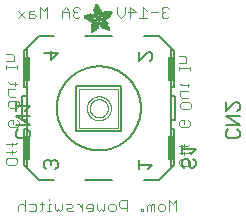
<source format=gbr>
G04 EAGLE Gerber RS-274X export*
G75*
%MOMM*%
%FSLAX34Y34*%
%LPD*%
%INSilkscreen Bottom*%
%IPPOS*%
%AMOC8*
5,1,8,0,0,1.08239X$1,22.5*%
G01*
%ADD10C,0.101600*%
%ADD11C,0.152400*%
%ADD12C,0.050800*%
%ADD13C,0.127000*%
%ADD14R,0.508000X2.159000*%
%ADD15R,0.034300X0.003800*%
%ADD16R,0.057200X0.003800*%
%ADD17R,0.076200X0.003800*%
%ADD18R,0.091400X0.003800*%
%ADD19R,0.102900X0.003800*%
%ADD20R,0.114300X0.003900*%
%ADD21R,0.129500X0.003800*%
%ADD22R,0.137200X0.003800*%
%ADD23R,0.144800X0.003800*%
%ADD24R,0.152400X0.003800*%
%ADD25R,0.160000X0.003800*%
%ADD26R,0.171500X0.003800*%
%ADD27R,0.175300X0.003800*%
%ADD28R,0.182900X0.003800*%
%ADD29R,0.190500X0.003800*%
%ADD30R,0.194300X0.003900*%
%ADD31R,0.201900X0.003800*%
%ADD32R,0.209500X0.003800*%
%ADD33R,0.213400X0.003800*%
%ADD34R,0.221000X0.003800*%
%ADD35R,0.224800X0.003800*%
%ADD36R,0.232400X0.003800*%
%ADD37R,0.240000X0.003800*%
%ADD38R,0.243800X0.003800*%
%ADD39R,0.247600X0.003800*%
%ADD40R,0.255300X0.003900*%
%ADD41R,0.259100X0.003800*%
%ADD42R,0.262900X0.003800*%
%ADD43R,0.270500X0.003800*%
%ADD44R,0.274300X0.003800*%
%ADD45R,0.281900X0.003800*%
%ADD46R,0.285700X0.003800*%
%ADD47R,0.289500X0.003800*%
%ADD48R,0.297200X0.003800*%
%ADD49R,0.301000X0.003800*%
%ADD50R,0.304800X0.003900*%
%ADD51R,0.312400X0.003800*%
%ADD52R,0.316200X0.003800*%
%ADD53R,0.320000X0.003800*%
%ADD54R,0.327600X0.003800*%
%ADD55R,0.331500X0.003800*%
%ADD56R,0.339100X0.003800*%
%ADD57R,0.342900X0.003800*%
%ADD58R,0.346700X0.003800*%
%ADD59R,0.354300X0.003800*%
%ADD60R,0.358100X0.003900*%
%ADD61R,0.361900X0.003800*%
%ADD62R,0.369600X0.003800*%
%ADD63R,0.373400X0.003800*%
%ADD64R,0.377200X0.003800*%
%ADD65R,0.384800X0.003800*%
%ADD66R,0.388600X0.003800*%
%ADD67R,0.396200X0.003800*%
%ADD68R,0.400000X0.003800*%
%ADD69R,0.403800X0.003800*%
%ADD70R,0.411500X0.003900*%
%ADD71R,0.415300X0.003800*%
%ADD72R,0.419100X0.003800*%
%ADD73R,0.045700X0.003800*%
%ADD74R,0.426700X0.003800*%
%ADD75R,0.072400X0.003800*%
%ADD76R,0.430500X0.003800*%
%ADD77R,0.095300X0.003800*%
%ADD78R,0.438100X0.003800*%
%ADD79R,0.110500X0.003800*%
%ADD80R,0.441900X0.003800*%
%ADD81R,0.445800X0.003800*%
%ADD82R,0.144700X0.003800*%
%ADD83R,0.453400X0.003800*%
%ADD84R,0.457200X0.003800*%
%ADD85R,0.175300X0.003900*%
%ADD86R,0.461000X0.003900*%
%ADD87R,0.468600X0.003800*%
%ADD88R,0.205800X0.003800*%
%ADD89R,0.472400X0.003800*%
%ADD90R,0.217200X0.003800*%
%ADD91R,0.476200X0.003800*%
%ADD92R,0.483900X0.003800*%
%ADD93R,0.247700X0.003800*%
%ADD94R,0.487700X0.003800*%
%ADD95R,0.495300X0.003800*%
%ADD96R,0.499100X0.003800*%
%ADD97R,0.502900X0.003800*%
%ADD98R,0.510500X0.003800*%
%ADD99R,0.308600X0.003900*%
%ADD100R,0.514300X0.003900*%
%ADD101R,0.323800X0.003800*%
%ADD102R,0.518100X0.003800*%
%ADD103R,0.335300X0.003800*%
%ADD104R,0.525800X0.003800*%
%ADD105R,0.529600X0.003800*%
%ADD106R,0.358100X0.003800*%
%ADD107R,0.533400X0.003800*%
%ADD108R,0.537200X0.003800*%
%ADD109R,0.381000X0.003800*%
%ADD110R,0.544800X0.003800*%
%ADD111R,0.392400X0.003800*%
%ADD112R,0.548600X0.003800*%
%ADD113R,0.552400X0.003800*%
%ADD114R,0.556200X0.003800*%
%ADD115R,0.422900X0.003900*%
%ADD116R,0.560100X0.003900*%
%ADD117R,0.434300X0.003800*%
%ADD118R,0.563900X0.003800*%
%ADD119R,0.567700X0.003800*%
%ADD120R,0.461000X0.003800*%
%ADD121R,0.571500X0.003800*%
%ADD122R,0.575300X0.003800*%
%ADD123R,0.480100X0.003800*%
%ADD124R,0.579100X0.003800*%
%ADD125R,0.491500X0.003800*%
%ADD126R,0.582900X0.003800*%
%ADD127R,0.586700X0.003800*%
%ADD128R,0.510600X0.003800*%
%ADD129R,0.590500X0.003800*%
%ADD130R,0.522000X0.003800*%
%ADD131R,0.594300X0.003800*%
%ADD132R,0.533400X0.003900*%
%ADD133R,0.598200X0.003900*%
%ADD134R,0.541000X0.003800*%
%ADD135R,0.602000X0.003800*%
%ADD136R,0.552500X0.003800*%
%ADD137R,0.605800X0.003800*%
%ADD138R,0.560100X0.003800*%
%ADD139R,0.609600X0.003800*%
%ADD140R,0.613400X0.003800*%
%ADD141R,0.583000X0.003800*%
%ADD142R,0.617200X0.003800*%
%ADD143R,0.594400X0.003800*%
%ADD144R,0.621000X0.003800*%
%ADD145R,0.598200X0.003800*%
%ADD146R,0.624800X0.003800*%
%ADD147R,0.613500X0.003900*%
%ADD148R,0.628600X0.003900*%
%ADD149R,0.632400X0.003800*%
%ADD150R,0.628600X0.003800*%
%ADD151R,0.636300X0.003800*%
%ADD152R,0.640100X0.003800*%
%ADD153R,0.636200X0.003800*%
%ADD154R,0.643900X0.003800*%
%ADD155R,0.647700X0.003800*%
%ADD156R,0.651500X0.003800*%
%ADD157R,0.659100X0.003800*%
%ADD158R,0.659100X0.003900*%
%ADD159R,0.655300X0.003900*%
%ADD160R,0.662900X0.003800*%
%ADD161R,0.655300X0.003800*%
%ADD162R,0.670500X0.003800*%
%ADD163R,0.670600X0.003800*%
%ADD164R,0.674400X0.003800*%
%ADD165R,0.682000X0.003800*%
%ADD166R,0.666700X0.003800*%
%ADD167R,0.685800X0.003800*%
%ADD168R,0.689600X0.003800*%
%ADD169R,0.693400X0.003900*%
%ADD170R,0.674400X0.003900*%
%ADD171R,0.697200X0.003800*%
%ADD172R,0.678200X0.003800*%
%ADD173R,0.697300X0.003800*%
%ADD174R,0.701100X0.003800*%
%ADD175R,0.704900X0.003800*%
%ADD176R,0.708700X0.003800*%
%ADD177R,0.712500X0.003800*%
%ADD178R,0.716300X0.003800*%
%ADD179R,0.720100X0.003900*%
%ADD180R,0.689600X0.003900*%
%ADD181R,0.720000X0.003800*%
%ADD182R,0.693400X0.003800*%
%ADD183R,0.723900X0.003800*%
%ADD184R,0.727700X0.003800*%
%ADD185R,0.731500X0.003800*%
%ADD186R,0.701000X0.003800*%
%ADD187R,0.735300X0.003800*%
%ADD188R,0.731500X0.003900*%
%ADD189R,0.701000X0.003900*%
%ADD190R,0.704800X0.003800*%
%ADD191R,0.739100X0.003800*%
%ADD192R,0.743000X0.003800*%
%ADD193R,0.739200X0.003800*%
%ADD194R,0.743000X0.003900*%
%ADD195R,0.704800X0.003900*%
%ADD196R,0.746800X0.003800*%
%ADD197R,0.746800X0.003900*%
%ADD198R,0.742900X0.003800*%
%ADD199R,0.746700X0.003800*%
%ADD200R,0.746700X0.003900*%
%ADD201R,1.428800X0.003800*%
%ADD202R,1.424900X0.003800*%
%ADD203R,1.421100X0.003900*%
%ADD204R,1.421100X0.003800*%
%ADD205R,1.417300X0.003800*%
%ADD206R,1.413500X0.003800*%
%ADD207R,1.409700X0.003800*%
%ADD208R,1.405900X0.003800*%
%ADD209R,1.402100X0.003800*%
%ADD210R,1.398300X0.003800*%
%ADD211R,0.983000X0.003900*%
%ADD212R,0.384800X0.003900*%
%ADD213R,0.971600X0.003800*%
%ADD214R,0.963900X0.003800*%
%ADD215R,0.956300X0.003800*%
%ADD216R,0.365800X0.003800*%
%ADD217R,0.952500X0.003800*%
%ADD218R,0.941000X0.003800*%
%ADD219R,0.358200X0.003800*%
%ADD220R,0.937200X0.003800*%
%ADD221R,0.933400X0.003800*%
%ADD222R,0.354400X0.003800*%
%ADD223R,0.925800X0.003800*%
%ADD224R,0.350500X0.003800*%
%ADD225R,0.922000X0.003800*%
%ADD226R,0.918200X0.003900*%
%ADD227R,0.346700X0.003900*%
%ADD228R,0.910600X0.003800*%
%ADD229R,0.906800X0.003800*%
%ADD230R,0.903000X0.003800*%
%ADD231R,0.339000X0.003800*%
%ADD232R,0.895300X0.003800*%
%ADD233R,0.335200X0.003800*%
%ADD234R,0.887700X0.003800*%
%ADD235R,0.883900X0.003800*%
%ADD236R,0.331400X0.003800*%
%ADD237R,0.880100X0.003800*%
%ADD238R,0.876300X0.003800*%
%ADD239R,0.468600X0.003900*%
%ADD240R,0.396200X0.003900*%
%ADD241R,0.323800X0.003900*%
%ADD242R,0.449600X0.003800*%
%ADD243R,0.323900X0.003800*%
%ADD244R,0.442000X0.003800*%
%ADD245R,0.434400X0.003800*%
%ADD246R,0.320100X0.003800*%
%ADD247R,0.316300X0.003800*%
%ADD248R,0.426800X0.003800*%
%ADD249R,0.327700X0.003800*%
%ADD250R,0.312500X0.003800*%
%ADD251R,0.422900X0.003800*%
%ADD252R,0.308600X0.003800*%
%ADD253R,0.293400X0.003800*%
%ADD254R,0.304800X0.003800*%
%ADD255R,0.419100X0.003900*%
%ADD256R,0.285700X0.003900*%
%ADD257R,0.301000X0.003900*%
%ADD258R,0.411500X0.003800*%
%ADD259R,0.407700X0.003800*%
%ADD260R,0.289600X0.003800*%
%ADD261R,0.285800X0.003800*%
%ADD262R,0.403900X0.003800*%
%ADD263R,0.228600X0.003800*%
%ADD264R,0.403900X0.003900*%
%ADD265R,0.221000X0.003900*%
%ADD266R,0.278100X0.003900*%
%ADD267R,0.400100X0.003800*%
%ADD268R,0.209600X0.003800*%
%ADD269R,0.266700X0.003800*%
%ADD270R,0.038100X0.003800*%
%ADD271R,0.194300X0.003800*%
%ADD272R,0.148600X0.003800*%
%ADD273R,0.259000X0.003800*%
%ADD274R,0.182800X0.003800*%
%ADD275R,0.186700X0.003800*%
%ADD276R,0.251400X0.003800*%
%ADD277R,0.179100X0.003800*%
%ADD278R,0.236200X0.003800*%
%ADD279R,0.243900X0.003900*%
%ADD280R,0.282000X0.003900*%
%ADD281R,0.167700X0.003800*%
%ADD282R,0.236300X0.003800*%
%ADD283R,0.396300X0.003800*%
%ADD284R,0.163900X0.003800*%
%ADD285R,0.392500X0.003800*%
%ADD286R,0.160100X0.003800*%
%ADD287R,0.586800X0.003800*%
%ADD288R,0.148500X0.003800*%
%ADD289R,0.140900X0.003800*%
%ADD290R,0.392400X0.003900*%
%ADD291R,0.140900X0.003900*%
%ADD292R,0.647700X0.003900*%
%ADD293R,0.133300X0.003800*%
%ADD294R,0.674300X0.003800*%
%ADD295R,0.388700X0.003800*%
%ADD296R,0.125700X0.003800*%
%ADD297R,0.121900X0.003800*%
%ADD298R,0.720100X0.003800*%
%ADD299R,0.118100X0.003800*%
%ADD300R,0.118100X0.003900*%
%ADD301R,0.739100X0.003900*%
%ADD302R,0.114300X0.003800*%
%ADD303R,0.754400X0.003800*%
%ADD304R,0.765800X0.003800*%
%ADD305R,0.773400X0.003800*%
%ADD306R,0.784800X0.003800*%
%ADD307R,0.118200X0.003800*%
%ADD308R,0.792500X0.003800*%
%ADD309R,0.803900X0.003800*%
%ADD310R,0.122000X0.003800*%
%ADD311R,0.815400X0.003800*%
%ADD312R,0.125800X0.003800*%
%ADD313R,0.826800X0.003800*%
%ADD314R,0.369500X0.003900*%
%ADD315R,0.133400X0.003900*%
%ADD316R,0.842000X0.003900*%
%ADD317R,0.365700X0.003800*%
%ADD318R,1.009700X0.003800*%
%ADD319R,1.013500X0.003800*%
%ADD320R,0.362000X0.003800*%
%ADD321R,1.024900X0.003800*%
%ADD322R,1.028700X0.003800*%
%ADD323R,1.036300X0.003800*%
%ADD324R,1.047800X0.003800*%
%ADD325R,1.055400X0.003800*%
%ADD326R,1.070600X0.003800*%
%ADD327R,0.030500X0.003800*%
%ADD328R,1.436400X0.003800*%
%ADD329R,1.562100X0.003900*%
%ADD330R,1.588700X0.003800*%
%ADD331R,1.607800X0.003800*%
%ADD332R,1.626900X0.003800*%
%ADD333R,1.642100X0.003800*%
%ADD334R,1.657400X0.003800*%
%ADD335R,1.676400X0.003800*%
%ADD336R,1.687800X0.003800*%
%ADD337R,1.703000X0.003800*%
%ADD338R,1.714500X0.003800*%
%ADD339R,1.726000X0.003900*%
%ADD340R,1.741200X0.003800*%
%ADD341R,0.914400X0.003800*%
%ADD342R,0.769600X0.003800*%
%ADD343R,0.884000X0.003800*%
%ADD344R,0.712400X0.003800*%
%ADD345R,0.880100X0.003900*%
%ADD346R,0.887800X0.003800*%
%ADD347R,0.891600X0.003800*%
%ADD348R,0.895400X0.003800*%
%ADD349R,0.251500X0.003800*%
%ADD350R,0.579200X0.003900*%
%ADD351R,0.243900X0.003800*%
%ADD352R,0.556300X0.003800*%
%ADD353R,0.255200X0.003800*%
%ADD354R,0.529500X0.003800*%
%ADD355R,0.731600X0.003800*%
%ADD356R,0.525800X0.003900*%
%ADD357R,0.281900X0.003900*%
%ADD358R,0.735400X0.003900*%
%ADD359R,0.300900X0.003800*%
%ADD360R,0.762000X0.003800*%
%ADD361R,0.518200X0.003800*%
%ADD362R,0.350600X0.003800*%
%ADD363R,0.796300X0.003800*%
%ADD364R,0.807800X0.003800*%
%ADD365R,0.506700X0.003800*%
%ADD366R,0.849600X0.003800*%
%ADD367R,0.506700X0.003900*%
%ADD368R,1.371600X0.003900*%
%ADD369R,1.207800X0.003800*%
%ADD370R,0.503000X0.003800*%
%ADD371R,0.141000X0.003800*%
%ADD372R,1.203900X0.003800*%
%ADD373R,1.204000X0.003800*%
%ADD374R,1.200200X0.003800*%
%ADD375R,0.499100X0.003900*%
%ADD376R,0.156200X0.003900*%
%ADD377R,1.196400X0.003900*%
%ADD378R,1.196400X0.003800*%
%ADD379R,0.163800X0.003800*%
%ADD380R,0.167600X0.003800*%
%ADD381R,1.192500X0.003800*%
%ADD382R,0.499200X0.003800*%
%ADD383R,1.188700X0.003800*%
%ADD384R,0.506800X0.003800*%
%ADD385R,1.184900X0.003800*%
%ADD386R,0.510600X0.003900*%
%ADD387R,0.209600X0.003900*%
%ADD388R,1.181100X0.003900*%
%ADD389R,0.514400X0.003800*%
%ADD390R,1.181100X0.003800*%
%ADD391R,1.177300X0.003800*%
%ADD392R,0.240100X0.003800*%
%ADD393R,1.173500X0.003800*%
%ADD394R,1.169700X0.003800*%
%ADD395R,1.165900X0.003800*%
%ADD396R,1.162100X0.003800*%
%ADD397R,0.929700X0.003900*%
%ADD398R,1.162100X0.003900*%
%ADD399R,0.929700X0.003800*%
%ADD400R,1.154500X0.003800*%
%ADD401R,0.933500X0.003800*%
%ADD402R,1.150600X0.003800*%
%ADD403R,0.937300X0.003800*%
%ADD404R,1.146800X0.003800*%
%ADD405R,0.941100X0.003800*%
%ADD406R,1.139200X0.003800*%
%ADD407R,0.944900X0.003800*%
%ADD408R,1.135400X0.003800*%
%ADD409R,0.948700X0.003800*%
%ADD410R,1.127800X0.003800*%
%ADD411R,1.124000X0.003800*%
%ADD412R,1.116400X0.003800*%
%ADD413R,0.956300X0.003900*%
%ADD414R,1.104900X0.003900*%
%ADD415R,0.960100X0.003800*%
%ADD416R,1.093500X0.003800*%
%ADD417R,1.085900X0.003800*%
%ADD418R,0.967800X0.003800*%
%ADD419R,1.074500X0.003800*%
%ADD420R,1.063000X0.003800*%
%ADD421R,0.975400X0.003800*%
%ADD422R,1.036400X0.003800*%
%ADD423R,0.979200X0.003800*%
%ADD424R,1.021000X0.003800*%
%ADD425R,0.983000X0.003800*%
%ADD426R,1.009600X0.003800*%
%ADD427R,0.986800X0.003800*%
%ADD428R,0.998200X0.003800*%
%ADD429R,0.990600X0.003900*%
%ADD430R,0.986700X0.003900*%
%ADD431R,0.994400X0.003800*%
%ADD432R,0.975300X0.003800*%
%ADD433R,0.948600X0.003800*%
%ADD434R,1.002000X0.003800*%
%ADD435R,0.213300X0.003800*%
%ADD436R,0.217100X0.003800*%
%ADD437R,1.017300X0.003800*%
%ADD438R,0.666800X0.003800*%
%ADD439R,0.220900X0.003800*%
%ADD440R,1.028700X0.003900*%
%ADD441R,0.224700X0.003900*%
%ADD442R,1.032500X0.003800*%
%ADD443R,1.040100X0.003800*%
%ADD444R,1.043900X0.003800*%
%ADD445R,0.548700X0.003800*%
%ADD446R,1.051500X0.003800*%
%ADD447R,1.055300X0.003800*%
%ADD448R,1.059100X0.003800*%
%ADD449R,1.062900X0.003800*%
%ADD450R,0.255300X0.003800*%
%ADD451R,1.066800X0.003900*%
%ADD452R,0.259100X0.003900*%
%ADD453R,0.457200X0.003900*%
%ADD454R,0.423000X0.003800*%
%ADD455R,1.082100X0.003800*%
%ADD456R,0.274400X0.003800*%
%ADD457R,0.278200X0.003800*%
%ADD458R,1.101100X0.003800*%
%ADD459R,0.278100X0.003800*%
%ADD460R,0.876300X0.003900*%
%ADD461R,0.236200X0.003900*%
%ADD462R,0.289600X0.003900*%
%ADD463R,0.247700X0.003900*%
%ADD464R,0.049500X0.003800*%
%ADD465R,0.640100X0.003900*%
%ADD466R,0.659200X0.003800*%
%ADD467R,0.663000X0.003800*%
%ADD468R,0.872500X0.003900*%
%ADD469R,0.666800X0.003900*%
%ADD470R,0.872500X0.003800*%
%ADD471R,0.868700X0.003800*%
%ADD472R,0.864900X0.003800*%
%ADD473R,0.861100X0.003800*%
%ADD474R,0.857300X0.003800*%
%ADD475R,0.853400X0.003800*%
%ADD476R,0.845800X0.003800*%
%ADD477R,0.682000X0.003900*%
%ADD478R,0.842000X0.003800*%
%ADD479R,0.834400X0.003800*%
%ADD480R,0.823000X0.003800*%
%ADD481R,0.815300X0.003800*%
%ADD482R,0.811500X0.003800*%
%ADD483R,0.788700X0.003800*%
%ADD484R,0.777300X0.003900*%
%ADD485R,0.750600X0.003800*%
%ADD486R,0.735400X0.003800*%
%ADD487R,0.727800X0.003800*%
%ADD488R,0.628700X0.003800*%
%ADD489R,0.575400X0.003800*%
%ADD490R,0.670600X0.003900*%
%ADD491R,0.655400X0.003800*%
%ADD492R,0.651500X0.003900*%
%ADD493R,0.624800X0.003900*%
%ADD494R,0.594400X0.003900*%
%ADD495R,0.563900X0.003900*%
%ADD496R,0.541100X0.003800*%
%ADD497R,0.537300X0.003800*%
%ADD498R,0.525700X0.003800*%
%ADD499R,0.525700X0.003900*%
%ADD500R,0.514300X0.003800*%
%ADD501R,0.480100X0.003900*%
%ADD502R,0.464800X0.003800*%
%ADD503R,0.442000X0.003900*%
%ADD504R,0.438200X0.003800*%
%ADD505R,0.430600X0.003800*%
%ADD506R,0.407600X0.003800*%
%ADD507R,0.403800X0.003900*%
%ADD508R,0.365700X0.003900*%
%ADD509R,0.327700X0.003900*%
%ADD510R,0.243800X0.003900*%
%ADD511R,0.205800X0.003900*%
%ADD512R,0.198100X0.003800*%
%ADD513R,0.163800X0.003900*%
%ADD514R,0.137100X0.003800*%
%ADD515R,0.091500X0.003900*%
%ADD516R,0.060900X0.003800*%


D10*
X23368Y122428D02*
X23368Y125479D01*
X23368Y123953D02*
X32520Y123953D01*
X32520Y122428D02*
X32520Y125479D01*
X29469Y128665D02*
X23368Y128665D01*
X29469Y128665D02*
X29469Y133241D01*
X27944Y134766D01*
X23368Y134766D01*
X33790Y93984D02*
X33790Y90933D01*
X32265Y89408D01*
X26163Y89408D01*
X24638Y90933D01*
X24638Y93984D01*
X26163Y95509D01*
X32265Y95509D01*
X33790Y93984D01*
X30739Y98763D02*
X26163Y98763D01*
X24638Y100288D01*
X24638Y104864D01*
X30739Y104864D01*
X32265Y109644D02*
X26163Y109644D01*
X24638Y111169D01*
X30739Y111169D02*
X30739Y108118D01*
X32265Y78999D02*
X33790Y77474D01*
X33790Y74423D01*
X32265Y72898D01*
X26163Y72898D01*
X24638Y74423D01*
X24638Y77474D01*
X26163Y78999D01*
X29214Y78999D01*
X29214Y75949D01*
X32520Y45724D02*
X32520Y42673D01*
X30995Y41148D01*
X24893Y41148D01*
X23368Y42673D01*
X23368Y45724D01*
X24893Y47249D01*
X30995Y47249D01*
X32520Y45724D01*
X30995Y52028D02*
X23368Y52028D01*
X30995Y52028D02*
X32520Y53554D01*
X27944Y53554D02*
X27944Y50503D01*
X30995Y58265D02*
X23368Y58265D01*
X30995Y58265D02*
X32520Y59791D01*
X27944Y59791D02*
X27944Y56740D01*
X169418Y121158D02*
X169418Y124209D01*
X169418Y122683D02*
X178570Y122683D01*
X178570Y121158D02*
X178570Y124209D01*
X175519Y127395D02*
X169418Y127395D01*
X175519Y127395D02*
X175519Y131971D01*
X173994Y133496D01*
X169418Y133496D01*
X179840Y92714D02*
X179840Y89663D01*
X178315Y88138D01*
X172213Y88138D01*
X170688Y89663D01*
X170688Y92714D01*
X172213Y94239D01*
X178315Y94239D01*
X179840Y92714D01*
X176789Y97493D02*
X172213Y97493D01*
X170688Y99018D01*
X170688Y103594D01*
X176789Y103594D01*
X178315Y108374D02*
X172213Y108374D01*
X170688Y109899D01*
X176789Y109899D02*
X176789Y106848D01*
X177045Y78999D02*
X178570Y77474D01*
X178570Y74423D01*
X177045Y72898D01*
X170943Y72898D01*
X169418Y74423D01*
X169418Y77474D01*
X170943Y78999D01*
X173994Y78999D01*
X173994Y75949D01*
X178570Y44454D02*
X178570Y41403D01*
X177045Y39878D01*
X170943Y39878D01*
X169418Y41403D01*
X169418Y44454D01*
X170943Y45979D01*
X177045Y45979D01*
X178570Y44454D01*
X177045Y50758D02*
X169418Y50758D01*
X177045Y50758D02*
X178570Y52284D01*
X173994Y52284D02*
X173994Y49233D01*
X177045Y56995D02*
X169418Y56995D01*
X177045Y56995D02*
X178570Y58521D01*
X173994Y58521D02*
X173994Y55470D01*
X167132Y10930D02*
X167132Y1778D01*
X164081Y7879D02*
X167132Y10930D01*
X164081Y7879D02*
X161031Y10930D01*
X161031Y1778D01*
X156252Y1778D02*
X153201Y1778D01*
X151676Y3303D01*
X151676Y6354D01*
X153201Y7879D01*
X156252Y7879D01*
X157777Y6354D01*
X157777Y3303D01*
X156252Y1778D01*
X148422Y1778D02*
X148422Y7879D01*
X146896Y7879D01*
X145371Y6354D01*
X145371Y1778D01*
X145371Y6354D02*
X143846Y7879D01*
X142320Y6354D01*
X142320Y1778D01*
X139066Y1778D02*
X139066Y3303D01*
X137541Y3303D01*
X137541Y1778D01*
X139066Y1778D01*
X125034Y1778D02*
X125034Y10930D01*
X120458Y10930D01*
X118932Y9405D01*
X118932Y6354D01*
X120458Y4829D01*
X125034Y4829D01*
X114153Y1778D02*
X111103Y1778D01*
X109577Y3303D01*
X109577Y6354D01*
X111103Y7879D01*
X114153Y7879D01*
X115678Y6354D01*
X115678Y3303D01*
X114153Y1778D01*
X106323Y3303D02*
X106323Y7879D01*
X106323Y3303D02*
X104798Y1778D01*
X103273Y3303D01*
X101747Y1778D01*
X100222Y3303D01*
X100222Y7879D01*
X95443Y1778D02*
X92392Y1778D01*
X95443Y1778D02*
X96968Y3303D01*
X96968Y6354D01*
X95443Y7879D01*
X92392Y7879D01*
X90867Y6354D01*
X90867Y4829D01*
X96968Y4829D01*
X87613Y1778D02*
X87613Y7879D01*
X87613Y4829D02*
X84562Y7879D01*
X83037Y7879D01*
X79817Y1778D02*
X75241Y1778D01*
X73716Y3303D01*
X75241Y4829D01*
X78292Y4829D01*
X79817Y6354D01*
X78292Y7879D01*
X73716Y7879D01*
X70462Y7879D02*
X70462Y3303D01*
X68936Y1778D01*
X67411Y3303D01*
X65886Y1778D01*
X64361Y3303D01*
X64361Y7879D01*
X61107Y7879D02*
X59581Y7879D01*
X59581Y1778D01*
X58056Y1778D02*
X61107Y1778D01*
X59581Y10930D02*
X59581Y12455D01*
X53345Y9405D02*
X53345Y3303D01*
X51819Y1778D01*
X51819Y7879D02*
X54870Y7879D01*
X47108Y7879D02*
X42532Y7879D01*
X47108Y7879D02*
X48633Y6354D01*
X48633Y3303D01*
X47108Y1778D01*
X42532Y1778D01*
X39278Y1778D02*
X39278Y10930D01*
X37753Y7879D02*
X39278Y6354D01*
X37753Y7879D02*
X34702Y7879D01*
X33177Y6354D01*
X33177Y1778D01*
X160782Y173235D02*
X159257Y174760D01*
X156206Y174760D01*
X154681Y173235D01*
X154681Y171709D01*
X156206Y170184D01*
X157731Y170184D01*
X156206Y170184D02*
X154681Y168659D01*
X154681Y167133D01*
X156206Y165608D01*
X159257Y165608D01*
X160782Y167133D01*
X151427Y170184D02*
X145326Y170184D01*
X142072Y171709D02*
X139021Y174760D01*
X139021Y165608D01*
X142072Y165608D02*
X135970Y165608D01*
X128141Y165608D02*
X128141Y174760D01*
X132716Y170184D01*
X126615Y170184D01*
X123361Y168659D02*
X123361Y174760D01*
X123361Y168659D02*
X120311Y165608D01*
X117260Y168659D01*
X117260Y174760D01*
X85852Y173235D02*
X84327Y174760D01*
X81276Y174760D01*
X79751Y173235D01*
X79751Y171709D01*
X81276Y170184D01*
X82801Y170184D01*
X81276Y170184D02*
X79751Y168659D01*
X79751Y167133D01*
X81276Y165608D01*
X84327Y165608D01*
X85852Y167133D01*
X76497Y165608D02*
X76497Y171709D01*
X73446Y174760D01*
X70396Y171709D01*
X70396Y165608D01*
X70396Y170184D02*
X76497Y170184D01*
X57786Y165608D02*
X57786Y174760D01*
X54736Y171709D01*
X51685Y174760D01*
X51685Y165608D01*
X46906Y171709D02*
X43855Y171709D01*
X42330Y170184D01*
X42330Y165608D01*
X46906Y165608D01*
X48431Y167133D01*
X46906Y168659D01*
X42330Y168659D01*
X39076Y171709D02*
X32975Y165608D01*
X39076Y165608D02*
X32975Y171709D01*
D11*
X120650Y107950D02*
X120650Y69850D01*
X120650Y107950D02*
X82550Y107950D01*
X82550Y69850D01*
X120650Y69850D01*
D12*
X118110Y72390D02*
X118110Y105410D01*
X85090Y105410D01*
X85090Y72390D01*
X118110Y72390D01*
D11*
X162560Y78740D02*
X166370Y78740D01*
X162560Y78740D02*
X162560Y99060D01*
X166370Y99060D02*
X166370Y78740D01*
X166370Y99060D02*
X162560Y99060D01*
X162560Y139700D02*
X152400Y149860D01*
X162560Y139700D02*
X162560Y106680D01*
X152400Y149860D02*
X139700Y149860D01*
X113030Y149860D02*
X90170Y149860D01*
X50800Y149860D02*
X40640Y139700D01*
X50800Y149860D02*
X63500Y149860D01*
X90170Y27940D02*
X113030Y27940D01*
X63500Y27940D02*
X50800Y27940D01*
X40640Y38100D01*
X40640Y71120D01*
X162560Y71120D02*
X162560Y38100D01*
X152400Y27940D01*
X139700Y27940D01*
X36830Y78740D02*
X36830Y99060D01*
X36830Y78740D02*
X40640Y78740D01*
X40640Y99060D02*
X36830Y99060D01*
X162560Y139700D02*
X165100Y137160D01*
X165100Y106680D01*
X162560Y106680D01*
X162560Y99060D01*
X162560Y71120D02*
X165100Y71120D01*
X162560Y71120D02*
X162560Y78740D01*
X165100Y71120D02*
X165100Y40640D01*
X162560Y38100D01*
X40640Y78740D02*
X40640Y99060D01*
X40640Y106680D01*
X40640Y71120D02*
X38100Y71120D01*
X40640Y71120D02*
X40640Y78740D01*
X38100Y71120D02*
X38100Y40640D01*
X40640Y38100D01*
X40640Y106680D02*
X38100Y106680D01*
X40640Y106680D02*
X40640Y139700D01*
X38100Y137160D02*
X38100Y106680D01*
X38100Y137160D02*
X40640Y139700D01*
X66040Y88900D02*
X66051Y89773D01*
X66083Y90645D01*
X66136Y91516D01*
X66211Y92385D01*
X66307Y93253D01*
X66425Y94118D01*
X66564Y94979D01*
X66723Y95837D01*
X66904Y96691D01*
X67106Y97540D01*
X67328Y98384D01*
X67571Y99223D01*
X67835Y100055D01*
X68119Y100880D01*
X68423Y101698D01*
X68747Y102508D01*
X69091Y103310D01*
X69454Y104104D01*
X69837Y104888D01*
X70239Y105663D01*
X70660Y106427D01*
X71099Y107181D01*
X71557Y107925D01*
X72033Y108656D01*
X72527Y109376D01*
X73038Y110083D01*
X73566Y110778D01*
X74112Y111459D01*
X74674Y112127D01*
X75252Y112781D01*
X75846Y113420D01*
X76455Y114045D01*
X77080Y114654D01*
X77719Y115248D01*
X78373Y115826D01*
X79041Y116388D01*
X79722Y116934D01*
X80417Y117462D01*
X81124Y117973D01*
X81844Y118467D01*
X82575Y118943D01*
X83319Y119401D01*
X84073Y119840D01*
X84837Y120261D01*
X85612Y120663D01*
X86396Y121046D01*
X87190Y121409D01*
X87992Y121753D01*
X88802Y122077D01*
X89620Y122381D01*
X90445Y122665D01*
X91277Y122929D01*
X92116Y123172D01*
X92960Y123394D01*
X93809Y123596D01*
X94663Y123777D01*
X95521Y123936D01*
X96382Y124075D01*
X97247Y124193D01*
X98115Y124289D01*
X98984Y124364D01*
X99855Y124417D01*
X100727Y124449D01*
X101600Y124460D01*
X102473Y124449D01*
X103345Y124417D01*
X104216Y124364D01*
X105085Y124289D01*
X105953Y124193D01*
X106818Y124075D01*
X107679Y123936D01*
X108537Y123777D01*
X109391Y123596D01*
X110240Y123394D01*
X111084Y123172D01*
X111923Y122929D01*
X112755Y122665D01*
X113580Y122381D01*
X114398Y122077D01*
X115208Y121753D01*
X116010Y121409D01*
X116804Y121046D01*
X117588Y120663D01*
X118363Y120261D01*
X119127Y119840D01*
X119881Y119401D01*
X120625Y118943D01*
X121356Y118467D01*
X122076Y117973D01*
X122783Y117462D01*
X123478Y116934D01*
X124159Y116388D01*
X124827Y115826D01*
X125481Y115248D01*
X126120Y114654D01*
X126745Y114045D01*
X127354Y113420D01*
X127948Y112781D01*
X128526Y112127D01*
X129088Y111459D01*
X129634Y110778D01*
X130162Y110083D01*
X130673Y109376D01*
X131167Y108656D01*
X131643Y107925D01*
X132101Y107181D01*
X132540Y106427D01*
X132961Y105663D01*
X133363Y104888D01*
X133746Y104104D01*
X134109Y103310D01*
X134453Y102508D01*
X134777Y101698D01*
X135081Y100880D01*
X135365Y100055D01*
X135629Y99223D01*
X135872Y98384D01*
X136094Y97540D01*
X136296Y96691D01*
X136477Y95837D01*
X136636Y94979D01*
X136775Y94118D01*
X136893Y93253D01*
X136989Y92385D01*
X137064Y91516D01*
X137117Y90645D01*
X137149Y89773D01*
X137160Y88900D01*
X137149Y88027D01*
X137117Y87155D01*
X137064Y86284D01*
X136989Y85415D01*
X136893Y84547D01*
X136775Y83682D01*
X136636Y82821D01*
X136477Y81963D01*
X136296Y81109D01*
X136094Y80260D01*
X135872Y79416D01*
X135629Y78577D01*
X135365Y77745D01*
X135081Y76920D01*
X134777Y76102D01*
X134453Y75292D01*
X134109Y74490D01*
X133746Y73696D01*
X133363Y72912D01*
X132961Y72137D01*
X132540Y71373D01*
X132101Y70619D01*
X131643Y69875D01*
X131167Y69144D01*
X130673Y68424D01*
X130162Y67717D01*
X129634Y67022D01*
X129088Y66341D01*
X128526Y65673D01*
X127948Y65019D01*
X127354Y64380D01*
X126745Y63755D01*
X126120Y63146D01*
X125481Y62552D01*
X124827Y61974D01*
X124159Y61412D01*
X123478Y60866D01*
X122783Y60338D01*
X122076Y59827D01*
X121356Y59333D01*
X120625Y58857D01*
X119881Y58399D01*
X119127Y57960D01*
X118363Y57539D01*
X117588Y57137D01*
X116804Y56754D01*
X116010Y56391D01*
X115208Y56047D01*
X114398Y55723D01*
X113580Y55419D01*
X112755Y55135D01*
X111923Y54871D01*
X111084Y54628D01*
X110240Y54406D01*
X109391Y54204D01*
X108537Y54023D01*
X107679Y53864D01*
X106818Y53725D01*
X105953Y53607D01*
X105085Y53511D01*
X104216Y53436D01*
X103345Y53383D01*
X102473Y53351D01*
X101600Y53340D01*
X100727Y53351D01*
X99855Y53383D01*
X98984Y53436D01*
X98115Y53511D01*
X97247Y53607D01*
X96382Y53725D01*
X95521Y53864D01*
X94663Y54023D01*
X93809Y54204D01*
X92960Y54406D01*
X92116Y54628D01*
X91277Y54871D01*
X90445Y55135D01*
X89620Y55419D01*
X88802Y55723D01*
X87992Y56047D01*
X87190Y56391D01*
X86396Y56754D01*
X85612Y57137D01*
X84837Y57539D01*
X84073Y57960D01*
X83319Y58399D01*
X82575Y58857D01*
X81844Y59333D01*
X81124Y59827D01*
X80417Y60338D01*
X79722Y60866D01*
X79041Y61412D01*
X78373Y61974D01*
X77719Y62552D01*
X77080Y63146D01*
X76455Y63755D01*
X75846Y64380D01*
X75252Y65019D01*
X74674Y65673D01*
X74112Y66341D01*
X73566Y67022D01*
X73038Y67717D01*
X72527Y68424D01*
X72033Y69144D01*
X71557Y69875D01*
X71099Y70619D01*
X70660Y71373D01*
X70239Y72137D01*
X69837Y72912D01*
X69454Y73696D01*
X69091Y74490D01*
X68747Y75292D01*
X68423Y76102D01*
X68119Y76920D01*
X67835Y77745D01*
X67571Y78577D01*
X67328Y79416D01*
X67106Y80260D01*
X66904Y81109D01*
X66723Y81963D01*
X66564Y82821D01*
X66425Y83682D01*
X66307Y84547D01*
X66211Y85415D01*
X66136Y86284D01*
X66083Y87155D01*
X66051Y88027D01*
X66040Y88900D01*
D12*
X91440Y88900D02*
X91443Y89149D01*
X91452Y89399D01*
X91468Y89647D01*
X91489Y89896D01*
X91516Y90144D01*
X91550Y90391D01*
X91590Y90637D01*
X91635Y90882D01*
X91687Y91126D01*
X91744Y91369D01*
X91808Y91610D01*
X91877Y91849D01*
X91953Y92087D01*
X92034Y92323D01*
X92121Y92557D01*
X92213Y92788D01*
X92312Y93017D01*
X92415Y93244D01*
X92525Y93468D01*
X92640Y93689D01*
X92760Y93908D01*
X92885Y94123D01*
X93016Y94336D01*
X93152Y94545D01*
X93293Y94750D01*
X93439Y94952D01*
X93590Y95151D01*
X93746Y95345D01*
X93907Y95536D01*
X94072Y95723D01*
X94242Y95906D01*
X94416Y96084D01*
X94594Y96258D01*
X94777Y96428D01*
X94964Y96593D01*
X95155Y96754D01*
X95349Y96910D01*
X95548Y97061D01*
X95750Y97207D01*
X95955Y97348D01*
X96164Y97484D01*
X96377Y97615D01*
X96592Y97740D01*
X96811Y97860D01*
X97032Y97975D01*
X97256Y98085D01*
X97483Y98188D01*
X97712Y98287D01*
X97943Y98379D01*
X98177Y98466D01*
X98413Y98547D01*
X98651Y98623D01*
X98890Y98692D01*
X99131Y98756D01*
X99374Y98813D01*
X99618Y98865D01*
X99863Y98910D01*
X100109Y98950D01*
X100356Y98984D01*
X100604Y99011D01*
X100853Y99032D01*
X101101Y99048D01*
X101351Y99057D01*
X101600Y99060D01*
X101849Y99057D01*
X102099Y99048D01*
X102347Y99032D01*
X102596Y99011D01*
X102844Y98984D01*
X103091Y98950D01*
X103337Y98910D01*
X103582Y98865D01*
X103826Y98813D01*
X104069Y98756D01*
X104310Y98692D01*
X104549Y98623D01*
X104787Y98547D01*
X105023Y98466D01*
X105257Y98379D01*
X105488Y98287D01*
X105717Y98188D01*
X105944Y98085D01*
X106168Y97975D01*
X106389Y97860D01*
X106608Y97740D01*
X106823Y97615D01*
X107036Y97484D01*
X107245Y97348D01*
X107450Y97207D01*
X107652Y97061D01*
X107851Y96910D01*
X108045Y96754D01*
X108236Y96593D01*
X108423Y96428D01*
X108606Y96258D01*
X108784Y96084D01*
X108958Y95906D01*
X109128Y95723D01*
X109293Y95536D01*
X109454Y95345D01*
X109610Y95151D01*
X109761Y94952D01*
X109907Y94750D01*
X110048Y94545D01*
X110184Y94336D01*
X110315Y94123D01*
X110440Y93908D01*
X110560Y93689D01*
X110675Y93468D01*
X110785Y93244D01*
X110888Y93017D01*
X110987Y92788D01*
X111079Y92557D01*
X111166Y92323D01*
X111247Y92087D01*
X111323Y91849D01*
X111392Y91610D01*
X111456Y91369D01*
X111513Y91126D01*
X111565Y90882D01*
X111610Y90637D01*
X111650Y90391D01*
X111684Y90144D01*
X111711Y89896D01*
X111732Y89647D01*
X111748Y89399D01*
X111757Y89149D01*
X111760Y88900D01*
X111757Y88651D01*
X111748Y88401D01*
X111732Y88153D01*
X111711Y87904D01*
X111684Y87656D01*
X111650Y87409D01*
X111610Y87163D01*
X111565Y86918D01*
X111513Y86674D01*
X111456Y86431D01*
X111392Y86190D01*
X111323Y85951D01*
X111247Y85713D01*
X111166Y85477D01*
X111079Y85243D01*
X110987Y85012D01*
X110888Y84783D01*
X110785Y84556D01*
X110675Y84332D01*
X110560Y84111D01*
X110440Y83892D01*
X110315Y83677D01*
X110184Y83464D01*
X110048Y83255D01*
X109907Y83050D01*
X109761Y82848D01*
X109610Y82649D01*
X109454Y82455D01*
X109293Y82264D01*
X109128Y82077D01*
X108958Y81894D01*
X108784Y81716D01*
X108606Y81542D01*
X108423Y81372D01*
X108236Y81207D01*
X108045Y81046D01*
X107851Y80890D01*
X107652Y80739D01*
X107450Y80593D01*
X107245Y80452D01*
X107036Y80316D01*
X106823Y80185D01*
X106608Y80060D01*
X106389Y79940D01*
X106168Y79825D01*
X105944Y79715D01*
X105717Y79612D01*
X105488Y79513D01*
X105257Y79421D01*
X105023Y79334D01*
X104787Y79253D01*
X104549Y79177D01*
X104310Y79108D01*
X104069Y79044D01*
X103826Y78987D01*
X103582Y78935D01*
X103337Y78890D01*
X103091Y78850D01*
X102844Y78816D01*
X102596Y78789D01*
X102347Y78768D01*
X102099Y78752D01*
X101849Y78743D01*
X101600Y78740D01*
X101351Y78743D01*
X101101Y78752D01*
X100853Y78768D01*
X100604Y78789D01*
X100356Y78816D01*
X100109Y78850D01*
X99863Y78890D01*
X99618Y78935D01*
X99374Y78987D01*
X99131Y79044D01*
X98890Y79108D01*
X98651Y79177D01*
X98413Y79253D01*
X98177Y79334D01*
X97943Y79421D01*
X97712Y79513D01*
X97483Y79612D01*
X97256Y79715D01*
X97032Y79825D01*
X96811Y79940D01*
X96592Y80060D01*
X96377Y80185D01*
X96164Y80316D01*
X95955Y80452D01*
X95750Y80593D01*
X95548Y80739D01*
X95349Y80890D01*
X95155Y81046D01*
X94964Y81207D01*
X94777Y81372D01*
X94594Y81542D01*
X94416Y81716D01*
X94242Y81894D01*
X94072Y82077D01*
X93907Y82264D01*
X93746Y82455D01*
X93590Y82649D01*
X93439Y82848D01*
X93293Y83050D01*
X93152Y83255D01*
X93016Y83464D01*
X92885Y83677D01*
X92760Y83892D01*
X92640Y84111D01*
X92525Y84332D01*
X92415Y84556D01*
X92312Y84783D01*
X92213Y85012D01*
X92121Y85243D01*
X92034Y85477D01*
X91953Y85713D01*
X91877Y85951D01*
X91808Y86190D01*
X91744Y86431D01*
X91687Y86674D01*
X91635Y86918D01*
X91590Y87163D01*
X91550Y87409D01*
X91516Y87656D01*
X91489Y87904D01*
X91468Y88153D01*
X91452Y88401D01*
X91443Y88651D01*
X91440Y88900D01*
X93980Y88900D02*
X93982Y89087D01*
X93989Y89274D01*
X94001Y89461D01*
X94017Y89647D01*
X94037Y89833D01*
X94062Y90018D01*
X94092Y90203D01*
X94126Y90387D01*
X94165Y90570D01*
X94208Y90752D01*
X94256Y90932D01*
X94308Y91112D01*
X94365Y91290D01*
X94425Y91467D01*
X94491Y91642D01*
X94560Y91816D01*
X94634Y91988D01*
X94712Y92158D01*
X94794Y92326D01*
X94880Y92492D01*
X94970Y92656D01*
X95064Y92817D01*
X95162Y92977D01*
X95264Y93133D01*
X95370Y93288D01*
X95480Y93439D01*
X95593Y93588D01*
X95710Y93734D01*
X95830Y93877D01*
X95954Y94017D01*
X96081Y94154D01*
X96212Y94288D01*
X96346Y94419D01*
X96483Y94546D01*
X96623Y94670D01*
X96766Y94790D01*
X96912Y94907D01*
X97061Y95020D01*
X97212Y95130D01*
X97367Y95236D01*
X97523Y95338D01*
X97683Y95436D01*
X97844Y95530D01*
X98008Y95620D01*
X98174Y95706D01*
X98342Y95788D01*
X98512Y95866D01*
X98684Y95940D01*
X98858Y96009D01*
X99033Y96075D01*
X99210Y96135D01*
X99388Y96192D01*
X99568Y96244D01*
X99748Y96292D01*
X99930Y96335D01*
X100113Y96374D01*
X100297Y96408D01*
X100482Y96438D01*
X100667Y96463D01*
X100853Y96483D01*
X101039Y96499D01*
X101226Y96511D01*
X101413Y96518D01*
X101600Y96520D01*
X101787Y96518D01*
X101974Y96511D01*
X102161Y96499D01*
X102347Y96483D01*
X102533Y96463D01*
X102718Y96438D01*
X102903Y96408D01*
X103087Y96374D01*
X103270Y96335D01*
X103452Y96292D01*
X103632Y96244D01*
X103812Y96192D01*
X103990Y96135D01*
X104167Y96075D01*
X104342Y96009D01*
X104516Y95940D01*
X104688Y95866D01*
X104858Y95788D01*
X105026Y95706D01*
X105192Y95620D01*
X105356Y95530D01*
X105517Y95436D01*
X105677Y95338D01*
X105833Y95236D01*
X105988Y95130D01*
X106139Y95020D01*
X106288Y94907D01*
X106434Y94790D01*
X106577Y94670D01*
X106717Y94546D01*
X106854Y94419D01*
X106988Y94288D01*
X107119Y94154D01*
X107246Y94017D01*
X107370Y93877D01*
X107490Y93734D01*
X107607Y93588D01*
X107720Y93439D01*
X107830Y93288D01*
X107936Y93133D01*
X108038Y92977D01*
X108136Y92817D01*
X108230Y92656D01*
X108320Y92492D01*
X108406Y92326D01*
X108488Y92158D01*
X108566Y91988D01*
X108640Y91816D01*
X108709Y91642D01*
X108775Y91467D01*
X108835Y91290D01*
X108892Y91112D01*
X108944Y90932D01*
X108992Y90752D01*
X109035Y90570D01*
X109074Y90387D01*
X109108Y90203D01*
X109138Y90018D01*
X109163Y89833D01*
X109183Y89647D01*
X109199Y89461D01*
X109211Y89274D01*
X109218Y89087D01*
X109220Y88900D01*
X109218Y88713D01*
X109211Y88526D01*
X109199Y88339D01*
X109183Y88153D01*
X109163Y87967D01*
X109138Y87782D01*
X109108Y87597D01*
X109074Y87413D01*
X109035Y87230D01*
X108992Y87048D01*
X108944Y86868D01*
X108892Y86688D01*
X108835Y86510D01*
X108775Y86333D01*
X108709Y86158D01*
X108640Y85984D01*
X108566Y85812D01*
X108488Y85642D01*
X108406Y85474D01*
X108320Y85308D01*
X108230Y85144D01*
X108136Y84983D01*
X108038Y84823D01*
X107936Y84667D01*
X107830Y84512D01*
X107720Y84361D01*
X107607Y84212D01*
X107490Y84066D01*
X107370Y83923D01*
X107246Y83783D01*
X107119Y83646D01*
X106988Y83512D01*
X106854Y83381D01*
X106717Y83254D01*
X106577Y83130D01*
X106434Y83010D01*
X106288Y82893D01*
X106139Y82780D01*
X105988Y82670D01*
X105833Y82564D01*
X105677Y82462D01*
X105517Y82364D01*
X105356Y82270D01*
X105192Y82180D01*
X105026Y82094D01*
X104858Y82012D01*
X104688Y81934D01*
X104516Y81860D01*
X104342Y81791D01*
X104167Y81725D01*
X103990Y81665D01*
X103812Y81608D01*
X103632Y81556D01*
X103452Y81508D01*
X103270Y81465D01*
X103087Y81426D01*
X102903Y81392D01*
X102718Y81362D01*
X102533Y81337D01*
X102347Y81317D01*
X102161Y81301D01*
X101974Y81289D01*
X101787Y81282D01*
X101600Y81280D01*
X101413Y81282D01*
X101226Y81289D01*
X101039Y81301D01*
X100853Y81317D01*
X100667Y81337D01*
X100482Y81362D01*
X100297Y81392D01*
X100113Y81426D01*
X99930Y81465D01*
X99748Y81508D01*
X99568Y81556D01*
X99388Y81608D01*
X99210Y81665D01*
X99033Y81725D01*
X98858Y81791D01*
X98684Y81860D01*
X98512Y81934D01*
X98342Y82012D01*
X98174Y82094D01*
X98008Y82180D01*
X97844Y82270D01*
X97683Y82364D01*
X97523Y82462D01*
X97367Y82564D01*
X97212Y82670D01*
X97061Y82780D01*
X96912Y82893D01*
X96766Y83010D01*
X96623Y83130D01*
X96483Y83254D01*
X96346Y83381D01*
X96212Y83512D01*
X96081Y83646D01*
X95954Y83783D01*
X95830Y83923D01*
X95710Y84066D01*
X95593Y84212D01*
X95480Y84361D01*
X95370Y84512D01*
X95264Y84667D01*
X95162Y84823D01*
X95064Y84983D01*
X94970Y85144D01*
X94880Y85308D01*
X94794Y85474D01*
X94712Y85642D01*
X94634Y85812D01*
X94560Y85984D01*
X94491Y86158D01*
X94425Y86333D01*
X94365Y86510D01*
X94308Y86688D01*
X94256Y86868D01*
X94208Y87048D01*
X94165Y87230D01*
X94126Y87413D01*
X94092Y87597D01*
X94062Y87782D01*
X94037Y87967D01*
X94017Y88153D01*
X94001Y88339D01*
X93989Y88526D01*
X93982Y88713D01*
X93980Y88900D01*
D13*
X142882Y37465D02*
X146695Y41278D01*
X135255Y41278D01*
X135255Y37465D02*
X135255Y45092D01*
X135255Y128905D02*
X135255Y136532D01*
X135255Y128905D02*
X142882Y136532D01*
X144788Y136532D01*
X146695Y134625D01*
X146695Y130812D01*
X144788Y128905D01*
X66685Y39372D02*
X64778Y37465D01*
X66685Y39372D02*
X66685Y43185D01*
X64778Y45092D01*
X62872Y45092D01*
X60965Y43185D01*
X60965Y41278D01*
X60965Y43185D02*
X59058Y45092D01*
X57152Y45092D01*
X55245Y43185D01*
X55245Y39372D01*
X57152Y37465D01*
X55245Y135895D02*
X66685Y135895D01*
X60965Y130175D01*
X60965Y137802D01*
D14*
X162560Y122555D03*
X162560Y55245D03*
X40640Y122555D03*
X40640Y55245D03*
D13*
X181618Y46362D02*
X183525Y44455D01*
X183525Y40642D01*
X181618Y38735D01*
X179712Y38735D01*
X177805Y40642D01*
X177805Y44455D01*
X175898Y46362D01*
X173992Y46362D01*
X172085Y44455D01*
X172085Y40642D01*
X173992Y38735D01*
X179712Y50429D02*
X183525Y54242D01*
X172085Y54242D01*
X172085Y50429D02*
X172085Y58055D01*
X43063Y69093D02*
X41156Y71000D01*
X43063Y69093D02*
X43063Y65280D01*
X41156Y63373D01*
X33530Y63373D01*
X31623Y65280D01*
X31623Y69093D01*
X33530Y71000D01*
X31623Y75067D02*
X43063Y75067D01*
X31623Y82693D01*
X43063Y82693D01*
X39250Y86761D02*
X43063Y90574D01*
X31623Y90574D01*
X31623Y86761D02*
X31623Y94387D01*
X218956Y71000D02*
X220863Y69093D01*
X220863Y65280D01*
X218956Y63373D01*
X211330Y63373D01*
X209423Y65280D01*
X209423Y69093D01*
X211330Y71000D01*
X209423Y75067D02*
X220863Y75067D01*
X209423Y82693D01*
X220863Y82693D01*
X209423Y86761D02*
X209423Y94387D01*
X209423Y86761D02*
X217050Y94387D01*
X218956Y94387D01*
X220863Y92481D01*
X220863Y88668D01*
X218956Y86761D01*
D15*
X95962Y152400D03*
D16*
X95961Y152438D03*
D17*
X95980Y152476D03*
D18*
X95980Y152514D03*
D19*
X95962Y152552D03*
D20*
X95981Y152591D03*
D21*
X95981Y152629D03*
D22*
X95980Y152667D03*
D23*
X95980Y152705D03*
D24*
X96018Y152743D03*
D25*
X96018Y152781D03*
D26*
X96038Y152819D03*
D27*
X96057Y152857D03*
D28*
X96057Y152895D03*
D29*
X96095Y152933D03*
D30*
X96114Y152972D03*
D31*
X96114Y153010D03*
D32*
X96152Y153048D03*
D33*
X96171Y153086D03*
D34*
X96209Y153124D03*
D35*
X96228Y153162D03*
D36*
X96228Y153200D03*
D37*
X96266Y153238D03*
D38*
X96285Y153276D03*
D39*
X96304Y153314D03*
D40*
X96343Y153353D03*
D41*
X96362Y153391D03*
D42*
X96381Y153429D03*
D43*
X96419Y153467D03*
D44*
X96438Y153505D03*
D45*
X96476Y153543D03*
D46*
X96495Y153581D03*
D47*
X96514Y153619D03*
D48*
X96552Y153657D03*
D49*
X96571Y153695D03*
D50*
X96590Y153734D03*
D51*
X96628Y153772D03*
D52*
X96647Y153810D03*
D53*
X96666Y153848D03*
D54*
X96704Y153886D03*
D55*
X96724Y153924D03*
D56*
X96762Y153962D03*
D57*
X96781Y154000D03*
D58*
X96800Y154038D03*
D59*
X96838Y154076D03*
D60*
X96857Y154115D03*
D61*
X96876Y154153D03*
D62*
X96914Y154191D03*
D63*
X96933Y154229D03*
D64*
X96952Y154267D03*
D65*
X96990Y154305D03*
D66*
X97009Y154343D03*
D67*
X97047Y154381D03*
D68*
X97066Y154419D03*
D69*
X97085Y154457D03*
D70*
X97124Y154496D03*
D71*
X97143Y154534D03*
D72*
X97162Y154572D03*
D73*
X109925Y154610D03*
D74*
X97200Y154610D03*
D75*
X109906Y154648D03*
D76*
X97219Y154648D03*
D77*
X109868Y154686D03*
D78*
X97257Y154686D03*
D79*
X109830Y154724D03*
D80*
X97276Y154724D03*
D21*
X109811Y154762D03*
D81*
X97295Y154762D03*
D82*
X109773Y154800D03*
D83*
X97333Y154800D03*
D25*
X109734Y154838D03*
D84*
X97352Y154838D03*
D85*
X109697Y154877D03*
D86*
X97371Y154877D03*
D29*
X109659Y154915D03*
D87*
X97409Y154915D03*
D88*
X109620Y154953D03*
D89*
X97428Y154953D03*
D90*
X109563Y154991D03*
D91*
X97447Y154991D03*
D36*
X109525Y155029D03*
D92*
X97486Y155029D03*
D93*
X109487Y155067D03*
D94*
X97505Y155067D03*
D41*
X109430Y155105D03*
D95*
X97543Y155105D03*
D44*
X109392Y155143D03*
D96*
X97562Y155143D03*
D46*
X109335Y155181D03*
D97*
X97581Y155181D03*
D48*
X109277Y155219D03*
D98*
X97619Y155219D03*
D99*
X109220Y155258D03*
D100*
X97638Y155258D03*
D101*
X109182Y155296D03*
D102*
X97657Y155296D03*
D103*
X109125Y155334D03*
D104*
X97695Y155334D03*
D58*
X109068Y155372D03*
D105*
X97714Y155372D03*
D106*
X109011Y155410D03*
D107*
X97733Y155410D03*
D62*
X108953Y155448D03*
D108*
X97752Y155448D03*
D109*
X108896Y155486D03*
D110*
X97790Y155486D03*
D111*
X108839Y155524D03*
D112*
X97809Y155524D03*
D69*
X108782Y155562D03*
D113*
X97828Y155562D03*
D71*
X108725Y155600D03*
D114*
X97847Y155600D03*
D115*
X108649Y155639D03*
D116*
X97867Y155639D03*
D117*
X108592Y155677D03*
D118*
X97886Y155677D03*
D81*
X108534Y155715D03*
D119*
X97905Y155715D03*
D120*
X108458Y155753D03*
D121*
X97924Y155753D03*
D89*
X108401Y155791D03*
D122*
X97943Y155791D03*
D123*
X108325Y155829D03*
D124*
X97962Y155829D03*
D125*
X108268Y155867D03*
D126*
X97981Y155867D03*
D97*
X108211Y155905D03*
D127*
X98000Y155905D03*
D128*
X108134Y155943D03*
D129*
X98019Y155943D03*
D130*
X108077Y155981D03*
D131*
X98038Y155981D03*
D132*
X108020Y156020D03*
D133*
X98057Y156020D03*
D134*
X107944Y156058D03*
D135*
X98076Y156058D03*
D136*
X107887Y156096D03*
D137*
X98095Y156096D03*
D138*
X107849Y156134D03*
D137*
X98095Y156134D03*
D121*
X107792Y156172D03*
D139*
X98114Y156172D03*
D122*
X107735Y156210D03*
D140*
X98133Y156210D03*
D141*
X107696Y156248D03*
D142*
X98152Y156248D03*
D143*
X107639Y156286D03*
D144*
X98171Y156286D03*
D145*
X107582Y156324D03*
D144*
X98171Y156324D03*
D137*
X107544Y156362D03*
D146*
X98190Y156362D03*
D147*
X107506Y156401D03*
D148*
X98209Y156401D03*
D140*
X107467Y156439D03*
D149*
X98228Y156439D03*
D144*
X107429Y156477D03*
D149*
X98228Y156477D03*
D150*
X107391Y156515D03*
D151*
X98248Y156515D03*
D149*
X107334Y156553D03*
D152*
X98267Y156553D03*
D153*
X107315Y156591D03*
D154*
X98286Y156591D03*
X107277Y156629D03*
X98286Y156629D03*
D155*
X107220Y156667D03*
X98305Y156667D03*
D156*
X107201Y156705D03*
X98324Y156705D03*
D157*
X107163Y156743D03*
D156*
X98324Y156743D03*
D158*
X107125Y156782D03*
D159*
X98343Y156782D03*
D160*
X107106Y156820D03*
D161*
X98343Y156820D03*
D162*
X107068Y156858D03*
D157*
X98362Y156858D03*
D163*
X107029Y156896D03*
D160*
X98381Y156896D03*
D164*
X107010Y156934D03*
D160*
X98381Y156934D03*
D165*
X106972Y156972D03*
D166*
X98400Y156972D03*
D165*
X106934Y157010D03*
D166*
X98400Y157010D03*
D167*
X106915Y157048D03*
D162*
X98419Y157048D03*
D168*
X106896Y157086D03*
D162*
X98419Y157086D03*
D168*
X106858Y157124D03*
D164*
X98438Y157124D03*
D169*
X106839Y157163D03*
D170*
X98438Y157163D03*
D171*
X106820Y157201D03*
D172*
X98457Y157201D03*
D173*
X106782Y157239D03*
D172*
X98457Y157239D03*
D174*
X106763Y157277D03*
D172*
X98457Y157277D03*
D175*
X106744Y157315D03*
D165*
X98476Y157315D03*
D175*
X106706Y157353D03*
D165*
X98476Y157353D03*
D176*
X106687Y157391D03*
D167*
X98495Y157391D03*
D177*
X106668Y157429D03*
D167*
X98495Y157429D03*
D177*
X106630Y157467D03*
D167*
X98495Y157467D03*
D178*
X106611Y157505D03*
D168*
X98514Y157505D03*
D179*
X106592Y157544D03*
D180*
X98514Y157544D03*
D181*
X106553Y157582D03*
D182*
X98533Y157582D03*
D183*
X106534Y157620D03*
D182*
X98533Y157620D03*
D183*
X106534Y157658D03*
D182*
X98533Y157658D03*
D183*
X106496Y157696D03*
D182*
X98533Y157696D03*
D184*
X106477Y157734D03*
D171*
X98552Y157734D03*
D185*
X106458Y157772D03*
D171*
X98552Y157772D03*
D184*
X106439Y157810D03*
D171*
X98552Y157810D03*
D185*
X106420Y157848D03*
D186*
X98571Y157848D03*
D187*
X106401Y157886D03*
D186*
X98571Y157886D03*
D188*
X106382Y157925D03*
D189*
X98571Y157925D03*
D187*
X106363Y157963D03*
D186*
X98571Y157963D03*
D187*
X106363Y158001D03*
D190*
X98590Y158001D03*
D187*
X106325Y158039D03*
D186*
X98609Y158039D03*
D191*
X106306Y158077D03*
D186*
X98609Y158077D03*
D191*
X106306Y158115D03*
D186*
X98609Y158115D03*
D191*
X106268Y158153D03*
D186*
X98609Y158153D03*
D191*
X106268Y158191D03*
D186*
X98609Y158191D03*
D192*
X106248Y158229D03*
D190*
X98628Y158229D03*
D193*
X106229Y158267D03*
D190*
X98628Y158267D03*
D194*
X106210Y158306D03*
D195*
X98628Y158306D03*
D192*
X106210Y158344D03*
D190*
X98628Y158344D03*
D192*
X106172Y158382D03*
D190*
X98628Y158382D03*
D192*
X106172Y158420D03*
D190*
X98628Y158420D03*
D192*
X106172Y158458D03*
D190*
X98628Y158458D03*
D192*
X106134Y158496D03*
D186*
X98647Y158496D03*
D192*
X106134Y158534D03*
D186*
X98647Y158534D03*
D196*
X106115Y158572D03*
D186*
X98647Y158572D03*
D192*
X106096Y158610D03*
D186*
X98647Y158610D03*
D192*
X106096Y158648D03*
D186*
X98647Y158648D03*
D197*
X106077Y158687D03*
D189*
X98647Y158687D03*
D198*
X106058Y158725D03*
D186*
X98647Y158725D03*
D198*
X106058Y158763D03*
D171*
X98666Y158763D03*
D199*
X106039Y158801D03*
D171*
X98666Y158801D03*
D198*
X106020Y158839D03*
D171*
X98666Y158839D03*
D198*
X106020Y158877D03*
D171*
X98666Y158877D03*
D198*
X106020Y158915D03*
D171*
X98666Y158915D03*
D199*
X106001Y158953D03*
D182*
X98685Y158953D03*
D198*
X105982Y158991D03*
D182*
X98685Y158991D03*
D198*
X105982Y159029D03*
D182*
X98685Y159029D03*
D200*
X105963Y159068D03*
D169*
X98685Y159068D03*
D198*
X105944Y159106D03*
D168*
X98704Y159106D03*
D198*
X105944Y159144D03*
D168*
X98704Y159144D03*
D199*
X105925Y159182D03*
D168*
X98704Y159182D03*
D198*
X105906Y159220D03*
D168*
X98704Y159220D03*
D198*
X105906Y159258D03*
D167*
X98723Y159258D03*
D198*
X105906Y159296D03*
D167*
X98723Y159296D03*
D201*
X102438Y159334D03*
X102438Y159372D03*
D202*
X102458Y159410D03*
D203*
X102439Y159449D03*
D204*
X102439Y159487D03*
D205*
X102458Y159525D03*
D206*
X102439Y159563D03*
X102439Y159601D03*
D207*
X102458Y159639D03*
D208*
X102439Y159677D03*
X102439Y159715D03*
D209*
X102458Y159753D03*
D210*
X102439Y159791D03*
D211*
X104515Y159830D03*
D212*
X97409Y159830D03*
D213*
X104572Y159868D03*
D64*
X97371Y159868D03*
D214*
X104572Y159906D03*
D63*
X97352Y159906D03*
D215*
X104610Y159944D03*
D216*
X97352Y159944D03*
D217*
X104629Y159982D03*
D216*
X97352Y159982D03*
D218*
X104648Y160020D03*
D219*
X97352Y160020D03*
D220*
X104667Y160058D03*
D219*
X97352Y160058D03*
D221*
X104686Y160096D03*
D222*
X97371Y160096D03*
D223*
X104686Y160134D03*
D224*
X97352Y160134D03*
D225*
X104705Y160172D03*
D58*
X97371Y160172D03*
D226*
X104724Y160211D03*
D227*
X97371Y160211D03*
D228*
X104724Y160249D03*
D57*
X97390Y160249D03*
D229*
X104743Y160287D03*
D57*
X97390Y160287D03*
D230*
X104762Y160325D03*
D231*
X97409Y160325D03*
D232*
X104763Y160363D03*
D231*
X97409Y160363D03*
D232*
X104763Y160401D03*
D233*
X97428Y160401D03*
D234*
X104763Y160439D03*
D233*
X97428Y160439D03*
D235*
X104782Y160477D03*
D236*
X97447Y160477D03*
D237*
X104801Y160515D03*
D54*
X97466Y160515D03*
D238*
X104782Y160553D03*
D54*
X97466Y160553D03*
D239*
X106820Y160592D03*
D240*
X102419Y160592D03*
D241*
X97485Y160592D03*
D242*
X106877Y160630D03*
D62*
X102324Y160630D03*
D243*
X97524Y160630D03*
D244*
X106915Y160668D03*
D106*
X102267Y160668D03*
D243*
X97524Y160668D03*
D245*
X106915Y160706D03*
D58*
X102248Y160706D03*
D246*
X97543Y160706D03*
D245*
X106915Y160744D03*
D103*
X102229Y160744D03*
D247*
X97562Y160744D03*
D248*
X106915Y160782D03*
D249*
X102191Y160782D03*
D250*
X97581Y160782D03*
D248*
X106915Y160820D03*
D247*
X102172Y160820D03*
D250*
X97581Y160820D03*
D251*
X106896Y160858D03*
D252*
X102133Y160858D03*
D250*
X97619Y160858D03*
D251*
X106896Y160896D03*
D49*
X102133Y160896D03*
D252*
X97638Y160896D03*
D72*
X106877Y160934D03*
D253*
X102095Y160934D03*
D254*
X97657Y160934D03*
D255*
X106877Y160973D03*
D256*
X102096Y160973D03*
D257*
X97676Y160973D03*
D71*
X106858Y161011D03*
D44*
X102077Y161011D03*
D49*
X97714Y161011D03*
D71*
X106858Y161049D03*
D43*
X102058Y161049D03*
D48*
X97733Y161049D03*
D258*
X106839Y161087D03*
D42*
X102058Y161087D03*
D253*
X97752Y161087D03*
D258*
X106839Y161125D03*
D41*
X102039Y161125D03*
D253*
X97790Y161125D03*
D259*
X106820Y161163D03*
D39*
X102019Y161163D03*
D260*
X97809Y161163D03*
D259*
X106782Y161201D03*
D38*
X102000Y161201D03*
D261*
X97828Y161201D03*
D259*
X106782Y161239D03*
D37*
X101981Y161239D03*
D261*
X97866Y161239D03*
D262*
X106763Y161277D03*
D36*
X101981Y161277D03*
D45*
X97886Y161277D03*
D259*
X106744Y161315D03*
D263*
X101962Y161315D03*
D45*
X97924Y161315D03*
D264*
X106725Y161354D03*
D265*
X101962Y161354D03*
D266*
X97943Y161354D03*
D267*
X106706Y161392D03*
D90*
X101943Y161392D03*
D43*
X97981Y161392D03*
D262*
X106687Y161430D03*
D268*
X101943Y161430D03*
D43*
X98019Y161430D03*
D267*
X106668Y161468D03*
D88*
X101924Y161468D03*
D269*
X98038Y161468D03*
D270*
X95562Y161468D03*
D68*
X106629Y161506D03*
D31*
X101905Y161506D03*
D42*
X98095Y161506D03*
D79*
X95543Y161506D03*
D68*
X106629Y161544D03*
D271*
X101905Y161544D03*
D41*
X98114Y161544D03*
D272*
X95542Y161544D03*
D68*
X106591Y161582D03*
D29*
X101886Y161582D03*
D273*
X98152Y161582D03*
D274*
X95523Y161582D03*
D67*
X106572Y161620D03*
D275*
X101867Y161620D03*
D276*
X98190Y161620D03*
D33*
X95523Y161620D03*
D67*
X106534Y161658D03*
D277*
X101867Y161658D03*
D276*
X98228Y161658D03*
D278*
X95523Y161658D03*
D68*
X106515Y161696D03*
D277*
X101867Y161696D03*
D38*
X98266Y161696D03*
D273*
X95523Y161696D03*
D240*
X106496Y161735D03*
D85*
X101848Y161735D03*
D279*
X98305Y161735D03*
D280*
X95523Y161735D03*
D67*
X106458Y161773D03*
D281*
X101848Y161773D03*
D282*
X98343Y161773D03*
D49*
X95504Y161773D03*
D283*
X106420Y161811D03*
D284*
X101829Y161811D03*
D282*
X98381Y161811D03*
D53*
X95523Y161811D03*
D285*
X106401Y161849D03*
D286*
X101810Y161849D03*
D263*
X98419Y161849D03*
D57*
X95524Y161849D03*
D283*
X106382Y161887D03*
D286*
X101810Y161887D03*
D287*
X96666Y161887D03*
D283*
X106344Y161925D03*
D24*
X101810Y161925D03*
D145*
X96647Y161925D03*
D285*
X106325Y161963D03*
D288*
X101791Y161963D03*
D137*
X96609Y161963D03*
D111*
X106286Y162001D03*
D288*
X101791Y162001D03*
D144*
X96571Y162001D03*
D111*
X106248Y162039D03*
D82*
X101772Y162039D03*
D146*
X96552Y162039D03*
D111*
X106210Y162077D03*
D289*
X101753Y162077D03*
D151*
X96533Y162077D03*
D290*
X106172Y162116D03*
D291*
X101753Y162116D03*
D292*
X96514Y162116D03*
D66*
X106153Y162154D03*
D293*
X101753Y162154D03*
D161*
X96476Y162154D03*
D66*
X106115Y162192D03*
D293*
X101753Y162192D03*
D166*
X96457Y162192D03*
D66*
X106077Y162230D03*
D21*
X101734Y162230D03*
D294*
X96457Y162230D03*
D66*
X106039Y162268D03*
D21*
X101734Y162268D03*
D167*
X96437Y162268D03*
D295*
X106001Y162306D03*
D296*
X101715Y162306D03*
D182*
X96399Y162306D03*
D295*
X105963Y162344D03*
D296*
X101715Y162344D03*
D174*
X96400Y162344D03*
D66*
X105924Y162382D03*
D297*
X101696Y162382D03*
D177*
X96381Y162382D03*
D65*
X105867Y162420D03*
D297*
X101696Y162420D03*
D298*
X96381Y162420D03*
D65*
X105829Y162458D03*
D299*
X101677Y162458D03*
D184*
X96381Y162458D03*
D212*
X105791Y162497D03*
D300*
X101677Y162497D03*
D301*
X96362Y162497D03*
D65*
X105753Y162535D03*
D302*
X101658Y162535D03*
D196*
X96361Y162535D03*
D109*
X105696Y162573D03*
D299*
X101639Y162573D03*
D303*
X96361Y162573D03*
D109*
X105658Y162611D03*
D299*
X101639Y162611D03*
D304*
X96342Y162611D03*
D109*
X105581Y162649D03*
D299*
X101639Y162649D03*
D305*
X96342Y162649D03*
D109*
X105543Y162687D03*
D302*
X101620Y162687D03*
D306*
X96323Y162687D03*
D64*
X105486Y162725D03*
D307*
X101600Y162725D03*
D308*
X96324Y162725D03*
D63*
X105429Y162763D03*
D307*
X101600Y162763D03*
D309*
X96343Y162763D03*
D63*
X105353Y162801D03*
D310*
X101581Y162801D03*
D311*
X96323Y162801D03*
D63*
X105315Y162839D03*
D312*
X101562Y162839D03*
D313*
X96342Y162839D03*
D314*
X105220Y162878D03*
D315*
X101524Y162878D03*
D316*
X96342Y162878D03*
D317*
X105163Y162916D03*
D318*
X97143Y162916D03*
D216*
X105086Y162954D03*
D319*
X97124Y162954D03*
D320*
X104991Y162992D03*
D321*
X97105Y162992D03*
D106*
X104896Y163030D03*
D322*
X97086Y163030D03*
D59*
X104801Y163068D03*
D323*
X97086Y163068D03*
D224*
X104706Y163106D03*
D324*
X97066Y163106D03*
D58*
X104572Y163144D03*
D325*
X97066Y163144D03*
D58*
X104458Y163182D03*
D326*
X97066Y163182D03*
D327*
X106687Y163220D03*
D328*
X98857Y163220D03*
D329*
X99448Y163259D03*
D330*
X99505Y163297D03*
D331*
X99562Y163335D03*
D332*
X99581Y163373D03*
D333*
X99619Y163411D03*
D334*
X99657Y163449D03*
D335*
X99676Y163487D03*
D336*
X99695Y163525D03*
D337*
X99695Y163563D03*
D338*
X99715Y163601D03*
D339*
X99733Y163640D03*
D340*
X99733Y163678D03*
D341*
X103943Y163716D03*
D342*
X94837Y163716D03*
D232*
X104115Y163754D03*
D192*
X94666Y163754D03*
D235*
X104210Y163792D03*
D185*
X94533Y163792D03*
D343*
X104286Y163830D03*
D298*
X94438Y163830D03*
D235*
X104363Y163868D03*
D344*
X94323Y163868D03*
D237*
X104420Y163906D03*
D175*
X94247Y163906D03*
D237*
X104496Y163944D03*
D173*
X94171Y163944D03*
D237*
X104534Y163982D03*
D171*
X94094Y163982D03*
D345*
X104572Y164021D03*
D169*
X94037Y164021D03*
D346*
X104610Y164059D03*
D168*
X93942Y164059D03*
D346*
X104648Y164097D03*
D168*
X93904Y164097D03*
D347*
X104667Y164135D03*
D167*
X93847Y164135D03*
D348*
X104686Y164173D03*
D167*
X93770Y164173D03*
D230*
X104724Y164211D03*
D167*
X93732Y164211D03*
D229*
X104743Y164249D03*
D165*
X93675Y164249D03*
D228*
X104762Y164287D03*
D167*
X93618Y164287D03*
D139*
X106305Y164325D03*
D42*
X101524Y164325D03*
D167*
X93580Y164325D03*
D129*
X106439Y164363D03*
D349*
X101429Y164363D03*
D168*
X93523Y164363D03*
D350*
X106534Y164402D03*
D279*
X101391Y164402D03*
D180*
X93485Y164402D03*
D119*
X106630Y164440D03*
D351*
X101353Y164440D03*
D182*
X93466Y164440D03*
D118*
X106687Y164478D03*
D38*
X101314Y164478D03*
D173*
X93409Y164478D03*
D138*
X106782Y164516D03*
D39*
X101295Y164516D03*
D173*
X93371Y164516D03*
D352*
X106839Y164554D03*
D39*
X101257Y164554D03*
D175*
X93333Y164554D03*
D112*
X106915Y164592D03*
D276*
X101238Y164592D03*
D176*
X93314Y164592D03*
D134*
X106953Y164630D03*
D353*
X101219Y164630D03*
D177*
X93295Y164630D03*
D108*
X107010Y164668D03*
D42*
X101181Y164668D03*
D298*
X93257Y164668D03*
D107*
X107067Y164706D03*
D269*
X101162Y164706D03*
D183*
X93238Y164706D03*
D354*
X107125Y164744D03*
D44*
X101124Y164744D03*
D355*
X93199Y164744D03*
D356*
X107182Y164783D03*
D357*
X101086Y164783D03*
D358*
X93180Y164783D03*
D104*
X107220Y164821D03*
D47*
X101048Y164821D03*
D192*
X93180Y164821D03*
D130*
X107277Y164859D03*
D359*
X101029Y164859D03*
D303*
X93161Y164859D03*
D130*
X107315Y164897D03*
D252*
X100990Y164897D03*
D360*
X93161Y164897D03*
D361*
X107372Y164935D03*
D243*
X100953Y164935D03*
D342*
X93161Y164935D03*
D361*
X107410Y164973D03*
D103*
X100896Y164973D03*
D306*
X93161Y164973D03*
D98*
X107449Y165011D03*
D362*
X100857Y165011D03*
D363*
X93180Y165011D03*
D98*
X107487Y165049D03*
D62*
X100800Y165049D03*
D364*
X93199Y165049D03*
D365*
X107544Y165087D03*
D66*
X100705Y165087D03*
D313*
X93218Y165087D03*
D365*
X107582Y165125D03*
D71*
X100610Y165125D03*
D366*
X93294Y165125D03*
D367*
X107620Y165164D03*
D368*
X95866Y165164D03*
D97*
X107639Y165202D03*
D23*
X102038Y165202D03*
D369*
X95009Y165202D03*
D370*
X107677Y165240D03*
D371*
X102095Y165240D03*
D372*
X94952Y165240D03*
D370*
X107715Y165278D03*
D289*
X102134Y165278D03*
D372*
X94914Y165278D03*
D96*
X107735Y165316D03*
D289*
X102172Y165316D03*
D372*
X94876Y165316D03*
D96*
X107773Y165354D03*
D82*
X102191Y165354D03*
D373*
X94837Y165354D03*
D96*
X107811Y165392D03*
D23*
X102229Y165392D03*
D374*
X94818Y165392D03*
D96*
X107849Y165430D03*
D23*
X102267Y165430D03*
D374*
X94780Y165430D03*
D95*
X107868Y165468D03*
D272*
X102286Y165468D03*
D374*
X94742Y165468D03*
D95*
X107906Y165506D03*
D24*
X102343Y165506D03*
D374*
X94742Y165506D03*
D375*
X107925Y165545D03*
D376*
X102362Y165545D03*
D377*
X94723Y165545D03*
D96*
X107963Y165583D03*
D25*
X102381Y165583D03*
D378*
X94685Y165583D03*
D95*
X107982Y165621D03*
D379*
X102438Y165621D03*
D378*
X94685Y165621D03*
D96*
X108001Y165659D03*
D380*
X102457Y165659D03*
D381*
X94666Y165659D03*
D96*
X108039Y165697D03*
D27*
X102496Y165697D03*
D381*
X94666Y165697D03*
D370*
X108058Y165735D03*
D277*
X102515Y165735D03*
D381*
X94628Y165735D03*
D382*
X108077Y165773D03*
D28*
X102572Y165773D03*
D381*
X94628Y165773D03*
D370*
X108096Y165811D03*
D29*
X102610Y165811D03*
D383*
X94609Y165811D03*
D384*
X108115Y165849D03*
D271*
X102629Y165849D03*
D383*
X94609Y165849D03*
D384*
X108115Y165887D03*
D31*
X102667Y165887D03*
D385*
X94590Y165887D03*
D386*
X108134Y165926D03*
D387*
X102705Y165926D03*
D388*
X94609Y165926D03*
D389*
X108153Y165964D03*
D33*
X102762Y165964D03*
D390*
X94609Y165964D03*
D361*
X108172Y166002D03*
D34*
X102800Y166002D03*
D391*
X94590Y166002D03*
D361*
X108172Y166040D03*
D36*
X102857Y166040D03*
D391*
X94590Y166040D03*
D104*
X108172Y166078D03*
D392*
X102896Y166078D03*
D393*
X94571Y166078D03*
D105*
X108191Y166116D03*
D349*
X102953Y166116D03*
D393*
X94571Y166116D03*
D108*
X108191Y166154D03*
D42*
X103010Y166154D03*
D394*
X94590Y166154D03*
D134*
X108172Y166192D03*
D44*
X103067Y166192D03*
D395*
X94571Y166192D03*
D113*
X108153Y166230D03*
D260*
X103143Y166230D03*
D395*
X94571Y166230D03*
D121*
X108097Y166268D03*
D51*
X103257Y166268D03*
D396*
X94590Y166268D03*
D397*
X106344Y166307D03*
D398*
X94590Y166307D03*
D399*
X106344Y166345D03*
D400*
X94590Y166345D03*
D401*
X106363Y166383D03*
D402*
X94609Y166383D03*
D403*
X106382Y166421D03*
D402*
X94609Y166421D03*
D403*
X106382Y166459D03*
D404*
X94628Y166459D03*
D405*
X106401Y166497D03*
D406*
X94628Y166497D03*
D407*
X106420Y166535D03*
D408*
X94647Y166535D03*
D409*
X106439Y166573D03*
D410*
X94685Y166573D03*
D409*
X106439Y166611D03*
D411*
X94704Y166611D03*
D217*
X106458Y166649D03*
D412*
X94742Y166649D03*
D413*
X106477Y166688D03*
D414*
X94762Y166688D03*
D415*
X106496Y166726D03*
D416*
X94819Y166726D03*
D415*
X106496Y166764D03*
D417*
X94857Y166764D03*
D418*
X106496Y166802D03*
D419*
X94914Y166802D03*
D213*
X106515Y166840D03*
D420*
X94971Y166840D03*
D421*
X106534Y166878D03*
D324*
X95047Y166878D03*
D421*
X106534Y166916D03*
D422*
X95104Y166916D03*
D423*
X106553Y166954D03*
D424*
X95142Y166954D03*
D425*
X106572Y166992D03*
D426*
X95199Y166992D03*
D427*
X106591Y167030D03*
D428*
X95256Y167030D03*
D429*
X106572Y167069D03*
D430*
X95314Y167069D03*
D431*
X106591Y167107D03*
D432*
X95371Y167107D03*
D428*
X106610Y167145D03*
D214*
X95428Y167145D03*
D428*
X106610Y167183D03*
D433*
X95504Y167183D03*
D434*
X106629Y167221D03*
D220*
X95561Y167221D03*
D426*
X106629Y167259D03*
D32*
X99200Y167259D03*
D177*
X94552Y167259D03*
D319*
X106649Y167297D03*
D435*
X99181Y167297D03*
D173*
X94590Y167297D03*
D319*
X106649Y167335D03*
D436*
X99162Y167335D03*
D165*
X94628Y167335D03*
D437*
X106668Y167373D03*
D436*
X99162Y167373D03*
D438*
X94666Y167373D03*
D321*
X106668Y167411D03*
D439*
X99143Y167411D03*
D155*
X94685Y167411D03*
D440*
X106687Y167450D03*
D441*
X99124Y167450D03*
D148*
X94742Y167450D03*
D322*
X106687Y167488D03*
D263*
X99104Y167488D03*
D140*
X94780Y167488D03*
D442*
X106706Y167526D03*
D36*
X99085Y167526D03*
D145*
X94818Y167526D03*
D443*
X106706Y167564D03*
D36*
X99085Y167564D03*
D124*
X94838Y167564D03*
D444*
X106725Y167602D03*
D278*
X99066Y167602D03*
D118*
X94876Y167602D03*
D444*
X106725Y167640D03*
D37*
X99047Y167640D03*
D445*
X94914Y167640D03*
D446*
X106725Y167678D03*
D38*
X99028Y167678D03*
D354*
X94933Y167678D03*
D447*
X106744Y167716D03*
D38*
X99028Y167716D03*
D98*
X94990Y167716D03*
D448*
X106725Y167754D03*
D39*
X99009Y167754D03*
D125*
X95009Y167754D03*
D449*
X106744Y167792D03*
D450*
X99010Y167792D03*
D91*
X95047Y167792D03*
D451*
X106763Y167831D03*
D452*
X98991Y167831D03*
D453*
X95066Y167831D03*
D419*
X106763Y167869D03*
D41*
X98991Y167869D03*
D244*
X95104Y167869D03*
D419*
X106763Y167907D03*
D42*
X98972Y167907D03*
D454*
X95123Y167907D03*
D455*
X106763Y167945D03*
D269*
X98953Y167945D03*
D69*
X95142Y167945D03*
D417*
X106782Y167983D03*
D269*
X98953Y167983D03*
D65*
X95161Y167983D03*
D416*
X106782Y168021D03*
D456*
X98952Y168021D03*
D320*
X95199Y168021D03*
D416*
X106782Y168059D03*
D457*
X98933Y168059D03*
D57*
X95219Y168059D03*
D458*
X106782Y168097D03*
D457*
X98933Y168097D03*
D53*
X95218Y168097D03*
D238*
X107944Y168135D03*
D35*
X102400Y168135D03*
D261*
X98933Y168135D03*
D49*
X95237Y168135D03*
D238*
X107982Y168173D03*
D36*
X102400Y168173D03*
D261*
X98933Y168173D03*
D459*
X95238Y168173D03*
D460*
X107982Y168212D03*
D461*
X102381Y168212D03*
D462*
X98914Y168212D03*
D463*
X95238Y168212D03*
D238*
X108020Y168250D03*
D37*
X102400Y168250D03*
D253*
X98933Y168250D03*
D436*
X95276Y168250D03*
D238*
X108058Y168288D03*
D38*
X102381Y168288D03*
D48*
X98914Y168288D03*
D277*
X95276Y168288D03*
D238*
X108058Y168326D03*
D39*
X102362Y168326D03*
D49*
X98933Y168326D03*
D21*
X95295Y168326D03*
D238*
X108097Y168364D03*
D353*
X102362Y168364D03*
D254*
X98914Y168364D03*
D464*
X95314Y168364D03*
D238*
X108135Y168402D03*
D273*
X102343Y168402D03*
D252*
X98933Y168402D03*
D237*
X108154Y168440D03*
D42*
X102324Y168440D03*
D52*
X98933Y168440D03*
D238*
X108173Y168478D03*
D43*
X102324Y168478D03*
D53*
X98952Y168478D03*
D238*
X108211Y168516D03*
D459*
X102286Y168516D03*
D54*
X98952Y168516D03*
D237*
X108230Y168554D03*
D152*
X100515Y168554D03*
D345*
X108268Y168593D03*
D465*
X100515Y168593D03*
D238*
X108287Y168631D03*
D154*
X100496Y168631D03*
D238*
X108325Y168669D03*
D155*
X100515Y168669D03*
D237*
X108344Y168707D03*
D156*
X100496Y168707D03*
D238*
X108363Y168745D03*
D156*
X100496Y168745D03*
D238*
X108401Y168783D03*
D161*
X100515Y168783D03*
D238*
X108439Y168821D03*
D466*
X100495Y168821D03*
D238*
X108439Y168859D03*
D466*
X100495Y168859D03*
D238*
X108478Y168897D03*
D466*
X100495Y168897D03*
D238*
X108516Y168935D03*
D467*
X100514Y168935D03*
D468*
X108535Y168974D03*
D469*
X100495Y168974D03*
D470*
X108573Y169012D03*
D438*
X100495Y169012D03*
D471*
X108592Y169050D03*
D163*
X100514Y169050D03*
D471*
X108630Y169088D03*
D163*
X100514Y169088D03*
D472*
X108649Y169126D03*
D164*
X100495Y169126D03*
D473*
X108668Y169164D03*
D164*
X100495Y169164D03*
D473*
X108706Y169202D03*
D164*
X100495Y169202D03*
D474*
X108725Y169240D03*
D172*
X100514Y169240D03*
D475*
X108744Y169278D03*
D172*
X100514Y169278D03*
D476*
X108782Y169316D03*
D165*
X100495Y169316D03*
D316*
X108801Y169355D03*
D477*
X100495Y169355D03*
D478*
X108839Y169393D03*
D165*
X100495Y169393D03*
D479*
X108839Y169431D03*
D165*
X100495Y169431D03*
D313*
X108877Y169469D03*
D165*
X100495Y169469D03*
D480*
X108896Y169507D03*
D167*
X100514Y169507D03*
D481*
X108935Y169545D03*
D168*
X100495Y169545D03*
D482*
X108954Y169583D03*
D168*
X100495Y169583D03*
D309*
X108992Y169621D03*
D168*
X100495Y169621D03*
D308*
X109011Y169659D03*
D168*
X100495Y169659D03*
D483*
X109030Y169697D03*
D168*
X100495Y169697D03*
D484*
X109049Y169736D03*
D180*
X100495Y169736D03*
D342*
X109087Y169774D03*
D168*
X100495Y169774D03*
D360*
X109125Y169812D03*
D168*
X100495Y169812D03*
D485*
X109144Y169850D03*
D168*
X100495Y169850D03*
D486*
X109182Y169888D03*
D168*
X100495Y169888D03*
D487*
X109220Y169926D03*
D168*
X100495Y169926D03*
D344*
X109258Y169964D03*
D168*
X100495Y169964D03*
D171*
X109296Y170002D03*
D168*
X100495Y170002D03*
D167*
X109353Y170040D03*
D168*
X100495Y170040D03*
D162*
X109392Y170078D03*
D168*
X100495Y170078D03*
D292*
X109430Y170117D03*
D180*
X100495Y170117D03*
D488*
X109487Y170155D03*
D168*
X100495Y170155D03*
D137*
X109525Y170193D03*
D168*
X100495Y170193D03*
D489*
X109601Y170231D03*
D167*
X100476Y170231D03*
D108*
X109677Y170269D03*
D167*
X100476Y170269D03*
D359*
X110554Y170307D03*
D167*
X100476Y170307D03*
X100476Y170345D03*
X100476Y170383D03*
X100476Y170421D03*
X100476Y170459D03*
D477*
X100457Y170498D03*
D165*
X100457Y170536D03*
X100457Y170574D03*
X100457Y170612D03*
D172*
X100476Y170650D03*
D164*
X100457Y170688D03*
X100457Y170726D03*
X100457Y170764D03*
X100457Y170802D03*
D163*
X100438Y170840D03*
D490*
X100438Y170879D03*
D163*
X100438Y170917D03*
D438*
X100457Y170955D03*
D467*
X100438Y170993D03*
X100438Y171031D03*
X100438Y171069D03*
D466*
X100419Y171107D03*
D491*
X100438Y171145D03*
X100438Y171183D03*
D156*
X100419Y171221D03*
D492*
X100419Y171260D03*
D156*
X100419Y171298D03*
D154*
X100419Y171336D03*
X100419Y171374D03*
X100419Y171412D03*
D152*
X100400Y171450D03*
D153*
X100419Y171488D03*
D149*
X100400Y171526D03*
X100400Y171564D03*
X100400Y171602D03*
D493*
X100400Y171641D03*
D146*
X100400Y171679D03*
D144*
X100381Y171717D03*
D142*
X100400Y171755D03*
D140*
X100381Y171793D03*
X100381Y171831D03*
D137*
X100381Y171869D03*
X100381Y171907D03*
D135*
X100362Y171945D03*
D145*
X100381Y171983D03*
D494*
X100362Y172022D03*
D143*
X100362Y172060D03*
D127*
X100362Y172098D03*
X100362Y172136D03*
D126*
X100343Y172174D03*
X100343Y172212D03*
D122*
X100343Y172250D03*
D121*
X100324Y172288D03*
X100324Y172326D03*
D118*
X100324Y172364D03*
D495*
X100324Y172403D03*
D138*
X100305Y172441D03*
D136*
X100305Y172479D03*
X100305Y172517D03*
D445*
X100286Y172555D03*
D496*
X100286Y172593D03*
X100286Y172631D03*
D497*
X100267Y172669D03*
D354*
X100267Y172707D03*
D498*
X100248Y172745D03*
D499*
X100248Y172784D03*
D102*
X100248Y172822D03*
D500*
X100229Y172860D03*
D98*
X100210Y172898D03*
D365*
X100229Y172936D03*
D97*
X100210Y172974D03*
D96*
X100191Y173012D03*
D95*
X100210Y173050D03*
D125*
X100191Y173088D03*
D94*
X100172Y173126D03*
D501*
X100172Y173165D03*
D123*
X100172Y173203D03*
D91*
X100152Y173241D03*
D89*
X100133Y173279D03*
D87*
X100152Y173317D03*
D502*
X100133Y173355D03*
D120*
X100114Y173393D03*
D83*
X100114Y173431D03*
X100114Y173469D03*
D242*
X100095Y173507D03*
D503*
X100095Y173546D03*
D244*
X100095Y173584D03*
D504*
X100076Y173622D03*
D505*
X100076Y173660D03*
D248*
X100057Y173698D03*
X100057Y173736D03*
D72*
X100057Y173774D03*
D71*
X100038Y173812D03*
X100038Y173850D03*
D506*
X100038Y173888D03*
D507*
X100019Y173927D03*
D68*
X100000Y173965D03*
D67*
X100019Y174003D03*
D111*
X100000Y174041D03*
D66*
X99981Y174079D03*
D109*
X99981Y174117D03*
X99981Y174155D03*
D64*
X99962Y174193D03*
D63*
X99943Y174231D03*
D62*
X99962Y174269D03*
D508*
X99943Y174308D03*
D61*
X99924Y174346D03*
D59*
X99924Y174384D03*
X99924Y174422D03*
D224*
X99905Y174460D03*
D57*
X99905Y174498D03*
X99905Y174536D03*
D56*
X99886Y174574D03*
D55*
X99886Y174612D03*
D249*
X99867Y174650D03*
D509*
X99867Y174689D03*
D246*
X99867Y174727D03*
D247*
X99848Y174765D03*
X99848Y174803D03*
D252*
X99847Y174841D03*
D254*
X99828Y174879D03*
D49*
X99809Y174917D03*
D48*
X99828Y174955D03*
D253*
X99809Y174993D03*
D260*
X99790Y175031D03*
D256*
X99810Y175070D03*
D45*
X99791Y175108D03*
D459*
X99772Y175146D03*
D43*
X99772Y175184D03*
X99772Y175222D03*
D269*
X99753Y175260D03*
D42*
X99734Y175298D03*
D41*
X99753Y175336D03*
D353*
X99733Y175374D03*
D276*
X99714Y175412D03*
D510*
X99714Y175451D03*
D38*
X99714Y175489D03*
D37*
X99695Y175527D03*
D36*
X99695Y175565D03*
D263*
X99676Y175603D03*
X99676Y175641D03*
D34*
X99676Y175679D03*
D90*
X99657Y175717D03*
X99657Y175755D03*
D268*
X99657Y175793D03*
D511*
X99638Y175832D03*
D31*
X99619Y175870D03*
D512*
X99638Y175908D03*
D271*
X99619Y175946D03*
D29*
X99600Y175984D03*
D275*
X99619Y176022D03*
D28*
X99600Y176060D03*
D27*
X99600Y176098D03*
D26*
X99581Y176136D03*
X99581Y176174D03*
D513*
X99581Y176213D03*
D25*
X99562Y176251D03*
D24*
X99562Y176289D03*
D23*
X99562Y176327D03*
X99562Y176365D03*
D514*
X99562Y176403D03*
D21*
X99562Y176441D03*
D297*
X99562Y176479D03*
D302*
X99562Y176517D03*
D19*
X99543Y176555D03*
D515*
X99562Y176594D03*
D17*
X99562Y176632D03*
D516*
X99562Y176670D03*
D327*
X99600Y176708D03*
M02*

</source>
